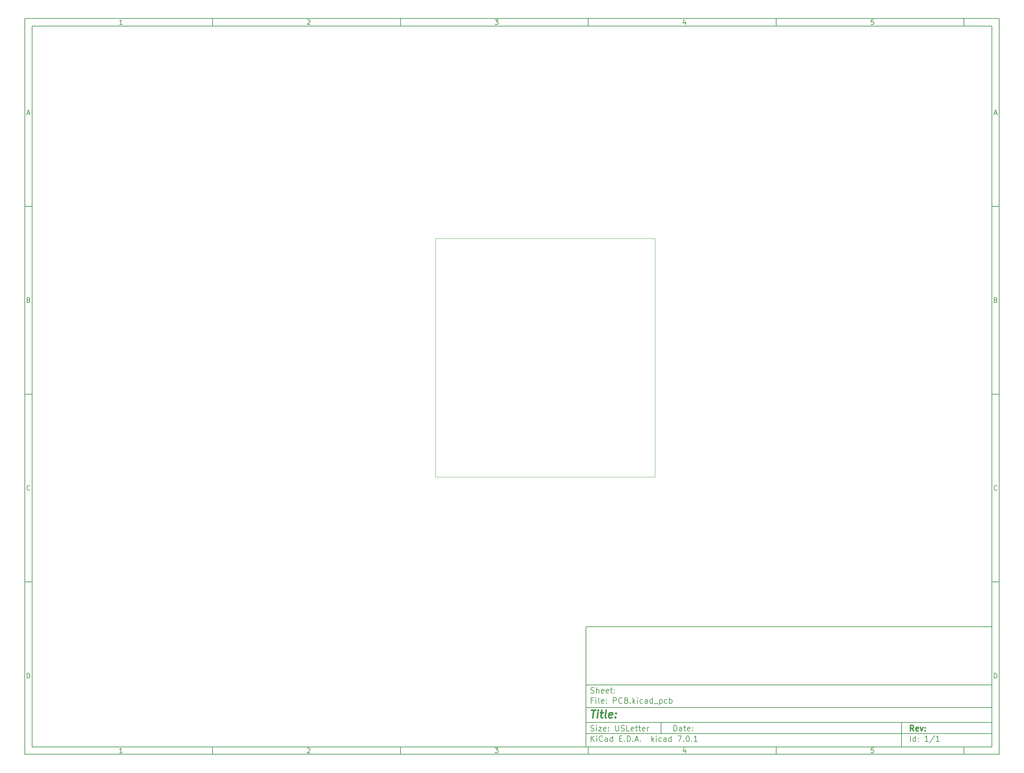
<source format=gbr>
%TF.GenerationSoftware,KiCad,Pcbnew,7.0.1*%
%TF.CreationDate,2023-11-13T23:43:34-05:00*%
%TF.ProjectId,PCB,5043422e-6b69-4636-9164-5f7063625858,rev?*%
%TF.SameCoordinates,Original*%
%TF.FileFunction,Profile,NP*%
%FSLAX46Y46*%
G04 Gerber Fmt 4.6, Leading zero omitted, Abs format (unit mm)*
G04 Created by KiCad (PCBNEW 7.0.1) date 2023-11-13 23:43:34*
%MOMM*%
%LPD*%
G01*
G04 APERTURE LIST*
%ADD10C,0.100000*%
%ADD11C,0.150000*%
%ADD12C,0.300000*%
%ADD13C,0.400000*%
%TA.AperFunction,Profile*%
%ADD14C,0.100000*%
%TD*%
G04 APERTURE END LIST*
D10*
D11*
X159400000Y-171900000D02*
X267400000Y-171900000D01*
X267400000Y-203900000D01*
X159400000Y-203900000D01*
X159400000Y-171900000D01*
D10*
D11*
X10000000Y-10000000D02*
X269400000Y-10000000D01*
X269400000Y-205900000D01*
X10000000Y-205900000D01*
X10000000Y-10000000D01*
D10*
D11*
X12000000Y-12000000D02*
X267400000Y-12000000D01*
X267400000Y-203900000D01*
X12000000Y-203900000D01*
X12000000Y-12000000D01*
D10*
D11*
X60000000Y-12000000D02*
X60000000Y-10000000D01*
D10*
D11*
X110000000Y-12000000D02*
X110000000Y-10000000D01*
D10*
D11*
X160000000Y-12000000D02*
X160000000Y-10000000D01*
D10*
D11*
X210000000Y-12000000D02*
X210000000Y-10000000D01*
D10*
D11*
X260000000Y-12000000D02*
X260000000Y-10000000D01*
D10*
D11*
X35990476Y-11601404D02*
X35247619Y-11601404D01*
X35619047Y-11601404D02*
X35619047Y-10301404D01*
X35619047Y-10301404D02*
X35495238Y-10487119D01*
X35495238Y-10487119D02*
X35371428Y-10610928D01*
X35371428Y-10610928D02*
X35247619Y-10672833D01*
D10*
D11*
X85247619Y-10425214D02*
X85309523Y-10363309D01*
X85309523Y-10363309D02*
X85433333Y-10301404D01*
X85433333Y-10301404D02*
X85742857Y-10301404D01*
X85742857Y-10301404D02*
X85866666Y-10363309D01*
X85866666Y-10363309D02*
X85928571Y-10425214D01*
X85928571Y-10425214D02*
X85990476Y-10549023D01*
X85990476Y-10549023D02*
X85990476Y-10672833D01*
X85990476Y-10672833D02*
X85928571Y-10858547D01*
X85928571Y-10858547D02*
X85185714Y-11601404D01*
X85185714Y-11601404D02*
X85990476Y-11601404D01*
D10*
D11*
X135185714Y-10301404D02*
X135990476Y-10301404D01*
X135990476Y-10301404D02*
X135557142Y-10796642D01*
X135557142Y-10796642D02*
X135742857Y-10796642D01*
X135742857Y-10796642D02*
X135866666Y-10858547D01*
X135866666Y-10858547D02*
X135928571Y-10920452D01*
X135928571Y-10920452D02*
X135990476Y-11044261D01*
X135990476Y-11044261D02*
X135990476Y-11353785D01*
X135990476Y-11353785D02*
X135928571Y-11477595D01*
X135928571Y-11477595D02*
X135866666Y-11539500D01*
X135866666Y-11539500D02*
X135742857Y-11601404D01*
X135742857Y-11601404D02*
X135371428Y-11601404D01*
X135371428Y-11601404D02*
X135247619Y-11539500D01*
X135247619Y-11539500D02*
X135185714Y-11477595D01*
D10*
D11*
X185866666Y-10734738D02*
X185866666Y-11601404D01*
X185557142Y-10239500D02*
X185247619Y-11168071D01*
X185247619Y-11168071D02*
X186052380Y-11168071D01*
D10*
D11*
X235928571Y-10301404D02*
X235309523Y-10301404D01*
X235309523Y-10301404D02*
X235247619Y-10920452D01*
X235247619Y-10920452D02*
X235309523Y-10858547D01*
X235309523Y-10858547D02*
X235433333Y-10796642D01*
X235433333Y-10796642D02*
X235742857Y-10796642D01*
X235742857Y-10796642D02*
X235866666Y-10858547D01*
X235866666Y-10858547D02*
X235928571Y-10920452D01*
X235928571Y-10920452D02*
X235990476Y-11044261D01*
X235990476Y-11044261D02*
X235990476Y-11353785D01*
X235990476Y-11353785D02*
X235928571Y-11477595D01*
X235928571Y-11477595D02*
X235866666Y-11539500D01*
X235866666Y-11539500D02*
X235742857Y-11601404D01*
X235742857Y-11601404D02*
X235433333Y-11601404D01*
X235433333Y-11601404D02*
X235309523Y-11539500D01*
X235309523Y-11539500D02*
X235247619Y-11477595D01*
D10*
D11*
X60000000Y-203900000D02*
X60000000Y-205900000D01*
D10*
D11*
X110000000Y-203900000D02*
X110000000Y-205900000D01*
D10*
D11*
X160000000Y-203900000D02*
X160000000Y-205900000D01*
D10*
D11*
X210000000Y-203900000D02*
X210000000Y-205900000D01*
D10*
D11*
X260000000Y-203900000D02*
X260000000Y-205900000D01*
D10*
D11*
X35990476Y-205501404D02*
X35247619Y-205501404D01*
X35619047Y-205501404D02*
X35619047Y-204201404D01*
X35619047Y-204201404D02*
X35495238Y-204387119D01*
X35495238Y-204387119D02*
X35371428Y-204510928D01*
X35371428Y-204510928D02*
X35247619Y-204572833D01*
D10*
D11*
X85247619Y-204325214D02*
X85309523Y-204263309D01*
X85309523Y-204263309D02*
X85433333Y-204201404D01*
X85433333Y-204201404D02*
X85742857Y-204201404D01*
X85742857Y-204201404D02*
X85866666Y-204263309D01*
X85866666Y-204263309D02*
X85928571Y-204325214D01*
X85928571Y-204325214D02*
X85990476Y-204449023D01*
X85990476Y-204449023D02*
X85990476Y-204572833D01*
X85990476Y-204572833D02*
X85928571Y-204758547D01*
X85928571Y-204758547D02*
X85185714Y-205501404D01*
X85185714Y-205501404D02*
X85990476Y-205501404D01*
D10*
D11*
X135185714Y-204201404D02*
X135990476Y-204201404D01*
X135990476Y-204201404D02*
X135557142Y-204696642D01*
X135557142Y-204696642D02*
X135742857Y-204696642D01*
X135742857Y-204696642D02*
X135866666Y-204758547D01*
X135866666Y-204758547D02*
X135928571Y-204820452D01*
X135928571Y-204820452D02*
X135990476Y-204944261D01*
X135990476Y-204944261D02*
X135990476Y-205253785D01*
X135990476Y-205253785D02*
X135928571Y-205377595D01*
X135928571Y-205377595D02*
X135866666Y-205439500D01*
X135866666Y-205439500D02*
X135742857Y-205501404D01*
X135742857Y-205501404D02*
X135371428Y-205501404D01*
X135371428Y-205501404D02*
X135247619Y-205439500D01*
X135247619Y-205439500D02*
X135185714Y-205377595D01*
D10*
D11*
X185866666Y-204634738D02*
X185866666Y-205501404D01*
X185557142Y-204139500D02*
X185247619Y-205068071D01*
X185247619Y-205068071D02*
X186052380Y-205068071D01*
D10*
D11*
X235928571Y-204201404D02*
X235309523Y-204201404D01*
X235309523Y-204201404D02*
X235247619Y-204820452D01*
X235247619Y-204820452D02*
X235309523Y-204758547D01*
X235309523Y-204758547D02*
X235433333Y-204696642D01*
X235433333Y-204696642D02*
X235742857Y-204696642D01*
X235742857Y-204696642D02*
X235866666Y-204758547D01*
X235866666Y-204758547D02*
X235928571Y-204820452D01*
X235928571Y-204820452D02*
X235990476Y-204944261D01*
X235990476Y-204944261D02*
X235990476Y-205253785D01*
X235990476Y-205253785D02*
X235928571Y-205377595D01*
X235928571Y-205377595D02*
X235866666Y-205439500D01*
X235866666Y-205439500D02*
X235742857Y-205501404D01*
X235742857Y-205501404D02*
X235433333Y-205501404D01*
X235433333Y-205501404D02*
X235309523Y-205439500D01*
X235309523Y-205439500D02*
X235247619Y-205377595D01*
D10*
D11*
X10000000Y-60000000D02*
X12000000Y-60000000D01*
D10*
D11*
X10000000Y-110000000D02*
X12000000Y-110000000D01*
D10*
D11*
X10000000Y-160000000D02*
X12000000Y-160000000D01*
D10*
D11*
X10690476Y-35229976D02*
X11309523Y-35229976D01*
X10566666Y-35601404D02*
X10999999Y-34301404D01*
X10999999Y-34301404D02*
X11433333Y-35601404D01*
D10*
D11*
X11092857Y-84920452D02*
X11278571Y-84982357D01*
X11278571Y-84982357D02*
X11340476Y-85044261D01*
X11340476Y-85044261D02*
X11402380Y-85168071D01*
X11402380Y-85168071D02*
X11402380Y-85353785D01*
X11402380Y-85353785D02*
X11340476Y-85477595D01*
X11340476Y-85477595D02*
X11278571Y-85539500D01*
X11278571Y-85539500D02*
X11154761Y-85601404D01*
X11154761Y-85601404D02*
X10659523Y-85601404D01*
X10659523Y-85601404D02*
X10659523Y-84301404D01*
X10659523Y-84301404D02*
X11092857Y-84301404D01*
X11092857Y-84301404D02*
X11216666Y-84363309D01*
X11216666Y-84363309D02*
X11278571Y-84425214D01*
X11278571Y-84425214D02*
X11340476Y-84549023D01*
X11340476Y-84549023D02*
X11340476Y-84672833D01*
X11340476Y-84672833D02*
X11278571Y-84796642D01*
X11278571Y-84796642D02*
X11216666Y-84858547D01*
X11216666Y-84858547D02*
X11092857Y-84920452D01*
X11092857Y-84920452D02*
X10659523Y-84920452D01*
D10*
D11*
X11402380Y-135477595D02*
X11340476Y-135539500D01*
X11340476Y-135539500D02*
X11154761Y-135601404D01*
X11154761Y-135601404D02*
X11030952Y-135601404D01*
X11030952Y-135601404D02*
X10845238Y-135539500D01*
X10845238Y-135539500D02*
X10721428Y-135415690D01*
X10721428Y-135415690D02*
X10659523Y-135291880D01*
X10659523Y-135291880D02*
X10597619Y-135044261D01*
X10597619Y-135044261D02*
X10597619Y-134858547D01*
X10597619Y-134858547D02*
X10659523Y-134610928D01*
X10659523Y-134610928D02*
X10721428Y-134487119D01*
X10721428Y-134487119D02*
X10845238Y-134363309D01*
X10845238Y-134363309D02*
X11030952Y-134301404D01*
X11030952Y-134301404D02*
X11154761Y-134301404D01*
X11154761Y-134301404D02*
X11340476Y-134363309D01*
X11340476Y-134363309D02*
X11402380Y-134425214D01*
D10*
D11*
X10659523Y-185601404D02*
X10659523Y-184301404D01*
X10659523Y-184301404D02*
X10969047Y-184301404D01*
X10969047Y-184301404D02*
X11154761Y-184363309D01*
X11154761Y-184363309D02*
X11278571Y-184487119D01*
X11278571Y-184487119D02*
X11340476Y-184610928D01*
X11340476Y-184610928D02*
X11402380Y-184858547D01*
X11402380Y-184858547D02*
X11402380Y-185044261D01*
X11402380Y-185044261D02*
X11340476Y-185291880D01*
X11340476Y-185291880D02*
X11278571Y-185415690D01*
X11278571Y-185415690D02*
X11154761Y-185539500D01*
X11154761Y-185539500D02*
X10969047Y-185601404D01*
X10969047Y-185601404D02*
X10659523Y-185601404D01*
D10*
D11*
X269400000Y-60000000D02*
X267400000Y-60000000D01*
D10*
D11*
X269400000Y-110000000D02*
X267400000Y-110000000D01*
D10*
D11*
X269400000Y-160000000D02*
X267400000Y-160000000D01*
D10*
D11*
X268090476Y-35229976D02*
X268709523Y-35229976D01*
X267966666Y-35601404D02*
X268399999Y-34301404D01*
X268399999Y-34301404D02*
X268833333Y-35601404D01*
D10*
D11*
X268492857Y-84920452D02*
X268678571Y-84982357D01*
X268678571Y-84982357D02*
X268740476Y-85044261D01*
X268740476Y-85044261D02*
X268802380Y-85168071D01*
X268802380Y-85168071D02*
X268802380Y-85353785D01*
X268802380Y-85353785D02*
X268740476Y-85477595D01*
X268740476Y-85477595D02*
X268678571Y-85539500D01*
X268678571Y-85539500D02*
X268554761Y-85601404D01*
X268554761Y-85601404D02*
X268059523Y-85601404D01*
X268059523Y-85601404D02*
X268059523Y-84301404D01*
X268059523Y-84301404D02*
X268492857Y-84301404D01*
X268492857Y-84301404D02*
X268616666Y-84363309D01*
X268616666Y-84363309D02*
X268678571Y-84425214D01*
X268678571Y-84425214D02*
X268740476Y-84549023D01*
X268740476Y-84549023D02*
X268740476Y-84672833D01*
X268740476Y-84672833D02*
X268678571Y-84796642D01*
X268678571Y-84796642D02*
X268616666Y-84858547D01*
X268616666Y-84858547D02*
X268492857Y-84920452D01*
X268492857Y-84920452D02*
X268059523Y-84920452D01*
D10*
D11*
X268802380Y-135477595D02*
X268740476Y-135539500D01*
X268740476Y-135539500D02*
X268554761Y-135601404D01*
X268554761Y-135601404D02*
X268430952Y-135601404D01*
X268430952Y-135601404D02*
X268245238Y-135539500D01*
X268245238Y-135539500D02*
X268121428Y-135415690D01*
X268121428Y-135415690D02*
X268059523Y-135291880D01*
X268059523Y-135291880D02*
X267997619Y-135044261D01*
X267997619Y-135044261D02*
X267997619Y-134858547D01*
X267997619Y-134858547D02*
X268059523Y-134610928D01*
X268059523Y-134610928D02*
X268121428Y-134487119D01*
X268121428Y-134487119D02*
X268245238Y-134363309D01*
X268245238Y-134363309D02*
X268430952Y-134301404D01*
X268430952Y-134301404D02*
X268554761Y-134301404D01*
X268554761Y-134301404D02*
X268740476Y-134363309D01*
X268740476Y-134363309D02*
X268802380Y-134425214D01*
D10*
D11*
X268059523Y-185601404D02*
X268059523Y-184301404D01*
X268059523Y-184301404D02*
X268369047Y-184301404D01*
X268369047Y-184301404D02*
X268554761Y-184363309D01*
X268554761Y-184363309D02*
X268678571Y-184487119D01*
X268678571Y-184487119D02*
X268740476Y-184610928D01*
X268740476Y-184610928D02*
X268802380Y-184858547D01*
X268802380Y-184858547D02*
X268802380Y-185044261D01*
X268802380Y-185044261D02*
X268740476Y-185291880D01*
X268740476Y-185291880D02*
X268678571Y-185415690D01*
X268678571Y-185415690D02*
X268554761Y-185539500D01*
X268554761Y-185539500D02*
X268369047Y-185601404D01*
X268369047Y-185601404D02*
X268059523Y-185601404D01*
D10*
D11*
X182757142Y-199693928D02*
X182757142Y-198193928D01*
X182757142Y-198193928D02*
X183114285Y-198193928D01*
X183114285Y-198193928D02*
X183328571Y-198265357D01*
X183328571Y-198265357D02*
X183471428Y-198408214D01*
X183471428Y-198408214D02*
X183542857Y-198551071D01*
X183542857Y-198551071D02*
X183614285Y-198836785D01*
X183614285Y-198836785D02*
X183614285Y-199051071D01*
X183614285Y-199051071D02*
X183542857Y-199336785D01*
X183542857Y-199336785D02*
X183471428Y-199479642D01*
X183471428Y-199479642D02*
X183328571Y-199622500D01*
X183328571Y-199622500D02*
X183114285Y-199693928D01*
X183114285Y-199693928D02*
X182757142Y-199693928D01*
X184900000Y-199693928D02*
X184900000Y-198908214D01*
X184900000Y-198908214D02*
X184828571Y-198765357D01*
X184828571Y-198765357D02*
X184685714Y-198693928D01*
X184685714Y-198693928D02*
X184400000Y-198693928D01*
X184400000Y-198693928D02*
X184257142Y-198765357D01*
X184900000Y-199622500D02*
X184757142Y-199693928D01*
X184757142Y-199693928D02*
X184400000Y-199693928D01*
X184400000Y-199693928D02*
X184257142Y-199622500D01*
X184257142Y-199622500D02*
X184185714Y-199479642D01*
X184185714Y-199479642D02*
X184185714Y-199336785D01*
X184185714Y-199336785D02*
X184257142Y-199193928D01*
X184257142Y-199193928D02*
X184400000Y-199122500D01*
X184400000Y-199122500D02*
X184757142Y-199122500D01*
X184757142Y-199122500D02*
X184900000Y-199051071D01*
X185400000Y-198693928D02*
X185971428Y-198693928D01*
X185614285Y-198193928D02*
X185614285Y-199479642D01*
X185614285Y-199479642D02*
X185685714Y-199622500D01*
X185685714Y-199622500D02*
X185828571Y-199693928D01*
X185828571Y-199693928D02*
X185971428Y-199693928D01*
X187042857Y-199622500D02*
X186900000Y-199693928D01*
X186900000Y-199693928D02*
X186614286Y-199693928D01*
X186614286Y-199693928D02*
X186471428Y-199622500D01*
X186471428Y-199622500D02*
X186400000Y-199479642D01*
X186400000Y-199479642D02*
X186400000Y-198908214D01*
X186400000Y-198908214D02*
X186471428Y-198765357D01*
X186471428Y-198765357D02*
X186614286Y-198693928D01*
X186614286Y-198693928D02*
X186900000Y-198693928D01*
X186900000Y-198693928D02*
X187042857Y-198765357D01*
X187042857Y-198765357D02*
X187114286Y-198908214D01*
X187114286Y-198908214D02*
X187114286Y-199051071D01*
X187114286Y-199051071D02*
X186400000Y-199193928D01*
X187757142Y-199551071D02*
X187828571Y-199622500D01*
X187828571Y-199622500D02*
X187757142Y-199693928D01*
X187757142Y-199693928D02*
X187685714Y-199622500D01*
X187685714Y-199622500D02*
X187757142Y-199551071D01*
X187757142Y-199551071D02*
X187757142Y-199693928D01*
X187757142Y-198765357D02*
X187828571Y-198836785D01*
X187828571Y-198836785D02*
X187757142Y-198908214D01*
X187757142Y-198908214D02*
X187685714Y-198836785D01*
X187685714Y-198836785D02*
X187757142Y-198765357D01*
X187757142Y-198765357D02*
X187757142Y-198908214D01*
D10*
D11*
X159400000Y-200400000D02*
X267400000Y-200400000D01*
D10*
D11*
X160757142Y-202493928D02*
X160757142Y-200993928D01*
X161614285Y-202493928D02*
X160971428Y-201636785D01*
X161614285Y-200993928D02*
X160757142Y-201851071D01*
X162257142Y-202493928D02*
X162257142Y-201493928D01*
X162257142Y-200993928D02*
X162185714Y-201065357D01*
X162185714Y-201065357D02*
X162257142Y-201136785D01*
X162257142Y-201136785D02*
X162328571Y-201065357D01*
X162328571Y-201065357D02*
X162257142Y-200993928D01*
X162257142Y-200993928D02*
X162257142Y-201136785D01*
X163828571Y-202351071D02*
X163757143Y-202422500D01*
X163757143Y-202422500D02*
X163542857Y-202493928D01*
X163542857Y-202493928D02*
X163400000Y-202493928D01*
X163400000Y-202493928D02*
X163185714Y-202422500D01*
X163185714Y-202422500D02*
X163042857Y-202279642D01*
X163042857Y-202279642D02*
X162971428Y-202136785D01*
X162971428Y-202136785D02*
X162900000Y-201851071D01*
X162900000Y-201851071D02*
X162900000Y-201636785D01*
X162900000Y-201636785D02*
X162971428Y-201351071D01*
X162971428Y-201351071D02*
X163042857Y-201208214D01*
X163042857Y-201208214D02*
X163185714Y-201065357D01*
X163185714Y-201065357D02*
X163400000Y-200993928D01*
X163400000Y-200993928D02*
X163542857Y-200993928D01*
X163542857Y-200993928D02*
X163757143Y-201065357D01*
X163757143Y-201065357D02*
X163828571Y-201136785D01*
X165114286Y-202493928D02*
X165114286Y-201708214D01*
X165114286Y-201708214D02*
X165042857Y-201565357D01*
X165042857Y-201565357D02*
X164900000Y-201493928D01*
X164900000Y-201493928D02*
X164614286Y-201493928D01*
X164614286Y-201493928D02*
X164471428Y-201565357D01*
X165114286Y-202422500D02*
X164971428Y-202493928D01*
X164971428Y-202493928D02*
X164614286Y-202493928D01*
X164614286Y-202493928D02*
X164471428Y-202422500D01*
X164471428Y-202422500D02*
X164400000Y-202279642D01*
X164400000Y-202279642D02*
X164400000Y-202136785D01*
X164400000Y-202136785D02*
X164471428Y-201993928D01*
X164471428Y-201993928D02*
X164614286Y-201922500D01*
X164614286Y-201922500D02*
X164971428Y-201922500D01*
X164971428Y-201922500D02*
X165114286Y-201851071D01*
X166471429Y-202493928D02*
X166471429Y-200993928D01*
X166471429Y-202422500D02*
X166328571Y-202493928D01*
X166328571Y-202493928D02*
X166042857Y-202493928D01*
X166042857Y-202493928D02*
X165900000Y-202422500D01*
X165900000Y-202422500D02*
X165828571Y-202351071D01*
X165828571Y-202351071D02*
X165757143Y-202208214D01*
X165757143Y-202208214D02*
X165757143Y-201779642D01*
X165757143Y-201779642D02*
X165828571Y-201636785D01*
X165828571Y-201636785D02*
X165900000Y-201565357D01*
X165900000Y-201565357D02*
X166042857Y-201493928D01*
X166042857Y-201493928D02*
X166328571Y-201493928D01*
X166328571Y-201493928D02*
X166471429Y-201565357D01*
X168328571Y-201708214D02*
X168828571Y-201708214D01*
X169042857Y-202493928D02*
X168328571Y-202493928D01*
X168328571Y-202493928D02*
X168328571Y-200993928D01*
X168328571Y-200993928D02*
X169042857Y-200993928D01*
X169685714Y-202351071D02*
X169757143Y-202422500D01*
X169757143Y-202422500D02*
X169685714Y-202493928D01*
X169685714Y-202493928D02*
X169614286Y-202422500D01*
X169614286Y-202422500D02*
X169685714Y-202351071D01*
X169685714Y-202351071D02*
X169685714Y-202493928D01*
X170400000Y-202493928D02*
X170400000Y-200993928D01*
X170400000Y-200993928D02*
X170757143Y-200993928D01*
X170757143Y-200993928D02*
X170971429Y-201065357D01*
X170971429Y-201065357D02*
X171114286Y-201208214D01*
X171114286Y-201208214D02*
X171185715Y-201351071D01*
X171185715Y-201351071D02*
X171257143Y-201636785D01*
X171257143Y-201636785D02*
X171257143Y-201851071D01*
X171257143Y-201851071D02*
X171185715Y-202136785D01*
X171185715Y-202136785D02*
X171114286Y-202279642D01*
X171114286Y-202279642D02*
X170971429Y-202422500D01*
X170971429Y-202422500D02*
X170757143Y-202493928D01*
X170757143Y-202493928D02*
X170400000Y-202493928D01*
X171900000Y-202351071D02*
X171971429Y-202422500D01*
X171971429Y-202422500D02*
X171900000Y-202493928D01*
X171900000Y-202493928D02*
X171828572Y-202422500D01*
X171828572Y-202422500D02*
X171900000Y-202351071D01*
X171900000Y-202351071D02*
X171900000Y-202493928D01*
X172542858Y-202065357D02*
X173257144Y-202065357D01*
X172400001Y-202493928D02*
X172900001Y-200993928D01*
X172900001Y-200993928D02*
X173400001Y-202493928D01*
X173900000Y-202351071D02*
X173971429Y-202422500D01*
X173971429Y-202422500D02*
X173900000Y-202493928D01*
X173900000Y-202493928D02*
X173828572Y-202422500D01*
X173828572Y-202422500D02*
X173900000Y-202351071D01*
X173900000Y-202351071D02*
X173900000Y-202493928D01*
X176900000Y-202493928D02*
X176900000Y-200993928D01*
X177042858Y-201922500D02*
X177471429Y-202493928D01*
X177471429Y-201493928D02*
X176900000Y-202065357D01*
X178114286Y-202493928D02*
X178114286Y-201493928D01*
X178114286Y-200993928D02*
X178042858Y-201065357D01*
X178042858Y-201065357D02*
X178114286Y-201136785D01*
X178114286Y-201136785D02*
X178185715Y-201065357D01*
X178185715Y-201065357D02*
X178114286Y-200993928D01*
X178114286Y-200993928D02*
X178114286Y-201136785D01*
X179471430Y-202422500D02*
X179328572Y-202493928D01*
X179328572Y-202493928D02*
X179042858Y-202493928D01*
X179042858Y-202493928D02*
X178900001Y-202422500D01*
X178900001Y-202422500D02*
X178828572Y-202351071D01*
X178828572Y-202351071D02*
X178757144Y-202208214D01*
X178757144Y-202208214D02*
X178757144Y-201779642D01*
X178757144Y-201779642D02*
X178828572Y-201636785D01*
X178828572Y-201636785D02*
X178900001Y-201565357D01*
X178900001Y-201565357D02*
X179042858Y-201493928D01*
X179042858Y-201493928D02*
X179328572Y-201493928D01*
X179328572Y-201493928D02*
X179471430Y-201565357D01*
X180757144Y-202493928D02*
X180757144Y-201708214D01*
X180757144Y-201708214D02*
X180685715Y-201565357D01*
X180685715Y-201565357D02*
X180542858Y-201493928D01*
X180542858Y-201493928D02*
X180257144Y-201493928D01*
X180257144Y-201493928D02*
X180114286Y-201565357D01*
X180757144Y-202422500D02*
X180614286Y-202493928D01*
X180614286Y-202493928D02*
X180257144Y-202493928D01*
X180257144Y-202493928D02*
X180114286Y-202422500D01*
X180114286Y-202422500D02*
X180042858Y-202279642D01*
X180042858Y-202279642D02*
X180042858Y-202136785D01*
X180042858Y-202136785D02*
X180114286Y-201993928D01*
X180114286Y-201993928D02*
X180257144Y-201922500D01*
X180257144Y-201922500D02*
X180614286Y-201922500D01*
X180614286Y-201922500D02*
X180757144Y-201851071D01*
X182114287Y-202493928D02*
X182114287Y-200993928D01*
X182114287Y-202422500D02*
X181971429Y-202493928D01*
X181971429Y-202493928D02*
X181685715Y-202493928D01*
X181685715Y-202493928D02*
X181542858Y-202422500D01*
X181542858Y-202422500D02*
X181471429Y-202351071D01*
X181471429Y-202351071D02*
X181400001Y-202208214D01*
X181400001Y-202208214D02*
X181400001Y-201779642D01*
X181400001Y-201779642D02*
X181471429Y-201636785D01*
X181471429Y-201636785D02*
X181542858Y-201565357D01*
X181542858Y-201565357D02*
X181685715Y-201493928D01*
X181685715Y-201493928D02*
X181971429Y-201493928D01*
X181971429Y-201493928D02*
X182114287Y-201565357D01*
X183828572Y-200993928D02*
X184828572Y-200993928D01*
X184828572Y-200993928D02*
X184185715Y-202493928D01*
X185400000Y-202351071D02*
X185471429Y-202422500D01*
X185471429Y-202422500D02*
X185400000Y-202493928D01*
X185400000Y-202493928D02*
X185328572Y-202422500D01*
X185328572Y-202422500D02*
X185400000Y-202351071D01*
X185400000Y-202351071D02*
X185400000Y-202493928D01*
X186400001Y-200993928D02*
X186542858Y-200993928D01*
X186542858Y-200993928D02*
X186685715Y-201065357D01*
X186685715Y-201065357D02*
X186757144Y-201136785D01*
X186757144Y-201136785D02*
X186828572Y-201279642D01*
X186828572Y-201279642D02*
X186900001Y-201565357D01*
X186900001Y-201565357D02*
X186900001Y-201922500D01*
X186900001Y-201922500D02*
X186828572Y-202208214D01*
X186828572Y-202208214D02*
X186757144Y-202351071D01*
X186757144Y-202351071D02*
X186685715Y-202422500D01*
X186685715Y-202422500D02*
X186542858Y-202493928D01*
X186542858Y-202493928D02*
X186400001Y-202493928D01*
X186400001Y-202493928D02*
X186257144Y-202422500D01*
X186257144Y-202422500D02*
X186185715Y-202351071D01*
X186185715Y-202351071D02*
X186114286Y-202208214D01*
X186114286Y-202208214D02*
X186042858Y-201922500D01*
X186042858Y-201922500D02*
X186042858Y-201565357D01*
X186042858Y-201565357D02*
X186114286Y-201279642D01*
X186114286Y-201279642D02*
X186185715Y-201136785D01*
X186185715Y-201136785D02*
X186257144Y-201065357D01*
X186257144Y-201065357D02*
X186400001Y-200993928D01*
X187542857Y-202351071D02*
X187614286Y-202422500D01*
X187614286Y-202422500D02*
X187542857Y-202493928D01*
X187542857Y-202493928D02*
X187471429Y-202422500D01*
X187471429Y-202422500D02*
X187542857Y-202351071D01*
X187542857Y-202351071D02*
X187542857Y-202493928D01*
X189042858Y-202493928D02*
X188185715Y-202493928D01*
X188614286Y-202493928D02*
X188614286Y-200993928D01*
X188614286Y-200993928D02*
X188471429Y-201208214D01*
X188471429Y-201208214D02*
X188328572Y-201351071D01*
X188328572Y-201351071D02*
X188185715Y-201422500D01*
D10*
D11*
X159400000Y-197400000D02*
X267400000Y-197400000D01*
D10*
D12*
X246614285Y-199693928D02*
X246114285Y-198979642D01*
X245757142Y-199693928D02*
X245757142Y-198193928D01*
X245757142Y-198193928D02*
X246328571Y-198193928D01*
X246328571Y-198193928D02*
X246471428Y-198265357D01*
X246471428Y-198265357D02*
X246542857Y-198336785D01*
X246542857Y-198336785D02*
X246614285Y-198479642D01*
X246614285Y-198479642D02*
X246614285Y-198693928D01*
X246614285Y-198693928D02*
X246542857Y-198836785D01*
X246542857Y-198836785D02*
X246471428Y-198908214D01*
X246471428Y-198908214D02*
X246328571Y-198979642D01*
X246328571Y-198979642D02*
X245757142Y-198979642D01*
X247828571Y-199622500D02*
X247685714Y-199693928D01*
X247685714Y-199693928D02*
X247400000Y-199693928D01*
X247400000Y-199693928D02*
X247257142Y-199622500D01*
X247257142Y-199622500D02*
X247185714Y-199479642D01*
X247185714Y-199479642D02*
X247185714Y-198908214D01*
X247185714Y-198908214D02*
X247257142Y-198765357D01*
X247257142Y-198765357D02*
X247400000Y-198693928D01*
X247400000Y-198693928D02*
X247685714Y-198693928D01*
X247685714Y-198693928D02*
X247828571Y-198765357D01*
X247828571Y-198765357D02*
X247900000Y-198908214D01*
X247900000Y-198908214D02*
X247900000Y-199051071D01*
X247900000Y-199051071D02*
X247185714Y-199193928D01*
X248399999Y-198693928D02*
X248757142Y-199693928D01*
X248757142Y-199693928D02*
X249114285Y-198693928D01*
X249685713Y-199551071D02*
X249757142Y-199622500D01*
X249757142Y-199622500D02*
X249685713Y-199693928D01*
X249685713Y-199693928D02*
X249614285Y-199622500D01*
X249614285Y-199622500D02*
X249685713Y-199551071D01*
X249685713Y-199551071D02*
X249685713Y-199693928D01*
X249685713Y-198765357D02*
X249757142Y-198836785D01*
X249757142Y-198836785D02*
X249685713Y-198908214D01*
X249685713Y-198908214D02*
X249614285Y-198836785D01*
X249614285Y-198836785D02*
X249685713Y-198765357D01*
X249685713Y-198765357D02*
X249685713Y-198908214D01*
D10*
D11*
X160685714Y-199622500D02*
X160900000Y-199693928D01*
X160900000Y-199693928D02*
X161257142Y-199693928D01*
X161257142Y-199693928D02*
X161400000Y-199622500D01*
X161400000Y-199622500D02*
X161471428Y-199551071D01*
X161471428Y-199551071D02*
X161542857Y-199408214D01*
X161542857Y-199408214D02*
X161542857Y-199265357D01*
X161542857Y-199265357D02*
X161471428Y-199122500D01*
X161471428Y-199122500D02*
X161400000Y-199051071D01*
X161400000Y-199051071D02*
X161257142Y-198979642D01*
X161257142Y-198979642D02*
X160971428Y-198908214D01*
X160971428Y-198908214D02*
X160828571Y-198836785D01*
X160828571Y-198836785D02*
X160757142Y-198765357D01*
X160757142Y-198765357D02*
X160685714Y-198622500D01*
X160685714Y-198622500D02*
X160685714Y-198479642D01*
X160685714Y-198479642D02*
X160757142Y-198336785D01*
X160757142Y-198336785D02*
X160828571Y-198265357D01*
X160828571Y-198265357D02*
X160971428Y-198193928D01*
X160971428Y-198193928D02*
X161328571Y-198193928D01*
X161328571Y-198193928D02*
X161542857Y-198265357D01*
X162185713Y-199693928D02*
X162185713Y-198693928D01*
X162185713Y-198193928D02*
X162114285Y-198265357D01*
X162114285Y-198265357D02*
X162185713Y-198336785D01*
X162185713Y-198336785D02*
X162257142Y-198265357D01*
X162257142Y-198265357D02*
X162185713Y-198193928D01*
X162185713Y-198193928D02*
X162185713Y-198336785D01*
X162757142Y-198693928D02*
X163542857Y-198693928D01*
X163542857Y-198693928D02*
X162757142Y-199693928D01*
X162757142Y-199693928D02*
X163542857Y-199693928D01*
X164685714Y-199622500D02*
X164542857Y-199693928D01*
X164542857Y-199693928D02*
X164257143Y-199693928D01*
X164257143Y-199693928D02*
X164114285Y-199622500D01*
X164114285Y-199622500D02*
X164042857Y-199479642D01*
X164042857Y-199479642D02*
X164042857Y-198908214D01*
X164042857Y-198908214D02*
X164114285Y-198765357D01*
X164114285Y-198765357D02*
X164257143Y-198693928D01*
X164257143Y-198693928D02*
X164542857Y-198693928D01*
X164542857Y-198693928D02*
X164685714Y-198765357D01*
X164685714Y-198765357D02*
X164757143Y-198908214D01*
X164757143Y-198908214D02*
X164757143Y-199051071D01*
X164757143Y-199051071D02*
X164042857Y-199193928D01*
X165399999Y-199551071D02*
X165471428Y-199622500D01*
X165471428Y-199622500D02*
X165399999Y-199693928D01*
X165399999Y-199693928D02*
X165328571Y-199622500D01*
X165328571Y-199622500D02*
X165399999Y-199551071D01*
X165399999Y-199551071D02*
X165399999Y-199693928D01*
X165399999Y-198765357D02*
X165471428Y-198836785D01*
X165471428Y-198836785D02*
X165399999Y-198908214D01*
X165399999Y-198908214D02*
X165328571Y-198836785D01*
X165328571Y-198836785D02*
X165399999Y-198765357D01*
X165399999Y-198765357D02*
X165399999Y-198908214D01*
X167257142Y-198193928D02*
X167257142Y-199408214D01*
X167257142Y-199408214D02*
X167328571Y-199551071D01*
X167328571Y-199551071D02*
X167400000Y-199622500D01*
X167400000Y-199622500D02*
X167542857Y-199693928D01*
X167542857Y-199693928D02*
X167828571Y-199693928D01*
X167828571Y-199693928D02*
X167971428Y-199622500D01*
X167971428Y-199622500D02*
X168042857Y-199551071D01*
X168042857Y-199551071D02*
X168114285Y-199408214D01*
X168114285Y-199408214D02*
X168114285Y-198193928D01*
X168757143Y-199622500D02*
X168971429Y-199693928D01*
X168971429Y-199693928D02*
X169328571Y-199693928D01*
X169328571Y-199693928D02*
X169471429Y-199622500D01*
X169471429Y-199622500D02*
X169542857Y-199551071D01*
X169542857Y-199551071D02*
X169614286Y-199408214D01*
X169614286Y-199408214D02*
X169614286Y-199265357D01*
X169614286Y-199265357D02*
X169542857Y-199122500D01*
X169542857Y-199122500D02*
X169471429Y-199051071D01*
X169471429Y-199051071D02*
X169328571Y-198979642D01*
X169328571Y-198979642D02*
X169042857Y-198908214D01*
X169042857Y-198908214D02*
X168900000Y-198836785D01*
X168900000Y-198836785D02*
X168828571Y-198765357D01*
X168828571Y-198765357D02*
X168757143Y-198622500D01*
X168757143Y-198622500D02*
X168757143Y-198479642D01*
X168757143Y-198479642D02*
X168828571Y-198336785D01*
X168828571Y-198336785D02*
X168900000Y-198265357D01*
X168900000Y-198265357D02*
X169042857Y-198193928D01*
X169042857Y-198193928D02*
X169400000Y-198193928D01*
X169400000Y-198193928D02*
X169614286Y-198265357D01*
X170971428Y-199693928D02*
X170257142Y-199693928D01*
X170257142Y-199693928D02*
X170257142Y-198193928D01*
X172042857Y-199622500D02*
X171900000Y-199693928D01*
X171900000Y-199693928D02*
X171614286Y-199693928D01*
X171614286Y-199693928D02*
X171471428Y-199622500D01*
X171471428Y-199622500D02*
X171400000Y-199479642D01*
X171400000Y-199479642D02*
X171400000Y-198908214D01*
X171400000Y-198908214D02*
X171471428Y-198765357D01*
X171471428Y-198765357D02*
X171614286Y-198693928D01*
X171614286Y-198693928D02*
X171900000Y-198693928D01*
X171900000Y-198693928D02*
X172042857Y-198765357D01*
X172042857Y-198765357D02*
X172114286Y-198908214D01*
X172114286Y-198908214D02*
X172114286Y-199051071D01*
X172114286Y-199051071D02*
X171400000Y-199193928D01*
X172542857Y-198693928D02*
X173114285Y-198693928D01*
X172757142Y-198193928D02*
X172757142Y-199479642D01*
X172757142Y-199479642D02*
X172828571Y-199622500D01*
X172828571Y-199622500D02*
X172971428Y-199693928D01*
X172971428Y-199693928D02*
X173114285Y-199693928D01*
X173400000Y-198693928D02*
X173971428Y-198693928D01*
X173614285Y-198193928D02*
X173614285Y-199479642D01*
X173614285Y-199479642D02*
X173685714Y-199622500D01*
X173685714Y-199622500D02*
X173828571Y-199693928D01*
X173828571Y-199693928D02*
X173971428Y-199693928D01*
X175042857Y-199622500D02*
X174900000Y-199693928D01*
X174900000Y-199693928D02*
X174614286Y-199693928D01*
X174614286Y-199693928D02*
X174471428Y-199622500D01*
X174471428Y-199622500D02*
X174400000Y-199479642D01*
X174400000Y-199479642D02*
X174400000Y-198908214D01*
X174400000Y-198908214D02*
X174471428Y-198765357D01*
X174471428Y-198765357D02*
X174614286Y-198693928D01*
X174614286Y-198693928D02*
X174900000Y-198693928D01*
X174900000Y-198693928D02*
X175042857Y-198765357D01*
X175042857Y-198765357D02*
X175114286Y-198908214D01*
X175114286Y-198908214D02*
X175114286Y-199051071D01*
X175114286Y-199051071D02*
X174400000Y-199193928D01*
X175757142Y-199693928D02*
X175757142Y-198693928D01*
X175757142Y-198979642D02*
X175828571Y-198836785D01*
X175828571Y-198836785D02*
X175900000Y-198765357D01*
X175900000Y-198765357D02*
X176042857Y-198693928D01*
X176042857Y-198693928D02*
X176185714Y-198693928D01*
D10*
D11*
X245757142Y-202493928D02*
X245757142Y-200993928D01*
X247114286Y-202493928D02*
X247114286Y-200993928D01*
X247114286Y-202422500D02*
X246971428Y-202493928D01*
X246971428Y-202493928D02*
X246685714Y-202493928D01*
X246685714Y-202493928D02*
X246542857Y-202422500D01*
X246542857Y-202422500D02*
X246471428Y-202351071D01*
X246471428Y-202351071D02*
X246400000Y-202208214D01*
X246400000Y-202208214D02*
X246400000Y-201779642D01*
X246400000Y-201779642D02*
X246471428Y-201636785D01*
X246471428Y-201636785D02*
X246542857Y-201565357D01*
X246542857Y-201565357D02*
X246685714Y-201493928D01*
X246685714Y-201493928D02*
X246971428Y-201493928D01*
X246971428Y-201493928D02*
X247114286Y-201565357D01*
X247828571Y-202351071D02*
X247900000Y-202422500D01*
X247900000Y-202422500D02*
X247828571Y-202493928D01*
X247828571Y-202493928D02*
X247757143Y-202422500D01*
X247757143Y-202422500D02*
X247828571Y-202351071D01*
X247828571Y-202351071D02*
X247828571Y-202493928D01*
X247828571Y-201565357D02*
X247900000Y-201636785D01*
X247900000Y-201636785D02*
X247828571Y-201708214D01*
X247828571Y-201708214D02*
X247757143Y-201636785D01*
X247757143Y-201636785D02*
X247828571Y-201565357D01*
X247828571Y-201565357D02*
X247828571Y-201708214D01*
X250471429Y-202493928D02*
X249614286Y-202493928D01*
X250042857Y-202493928D02*
X250042857Y-200993928D01*
X250042857Y-200993928D02*
X249900000Y-201208214D01*
X249900000Y-201208214D02*
X249757143Y-201351071D01*
X249757143Y-201351071D02*
X249614286Y-201422500D01*
X252185714Y-200922500D02*
X250900000Y-202851071D01*
X253471429Y-202493928D02*
X252614286Y-202493928D01*
X253042857Y-202493928D02*
X253042857Y-200993928D01*
X253042857Y-200993928D02*
X252900000Y-201208214D01*
X252900000Y-201208214D02*
X252757143Y-201351071D01*
X252757143Y-201351071D02*
X252614286Y-201422500D01*
D10*
D11*
X159400000Y-193400000D02*
X267400000Y-193400000D01*
D10*
D13*
X160828571Y-194125238D02*
X161971428Y-194125238D01*
X161150000Y-196125238D02*
X161400000Y-194125238D01*
X162376190Y-196125238D02*
X162542857Y-194791904D01*
X162626190Y-194125238D02*
X162519047Y-194220476D01*
X162519047Y-194220476D02*
X162602381Y-194315714D01*
X162602381Y-194315714D02*
X162709524Y-194220476D01*
X162709524Y-194220476D02*
X162626190Y-194125238D01*
X162626190Y-194125238D02*
X162602381Y-194315714D01*
X163197619Y-194791904D02*
X163959523Y-194791904D01*
X163566666Y-194125238D02*
X163352381Y-195839523D01*
X163352381Y-195839523D02*
X163423809Y-196030000D01*
X163423809Y-196030000D02*
X163602381Y-196125238D01*
X163602381Y-196125238D02*
X163792857Y-196125238D01*
X164733333Y-196125238D02*
X164554761Y-196030000D01*
X164554761Y-196030000D02*
X164483333Y-195839523D01*
X164483333Y-195839523D02*
X164697618Y-194125238D01*
X166257142Y-196030000D02*
X166054761Y-196125238D01*
X166054761Y-196125238D02*
X165673808Y-196125238D01*
X165673808Y-196125238D02*
X165495237Y-196030000D01*
X165495237Y-196030000D02*
X165423808Y-195839523D01*
X165423808Y-195839523D02*
X165519047Y-195077619D01*
X165519047Y-195077619D02*
X165638094Y-194887142D01*
X165638094Y-194887142D02*
X165840475Y-194791904D01*
X165840475Y-194791904D02*
X166221427Y-194791904D01*
X166221427Y-194791904D02*
X166399999Y-194887142D01*
X166399999Y-194887142D02*
X166471427Y-195077619D01*
X166471427Y-195077619D02*
X166447618Y-195268095D01*
X166447618Y-195268095D02*
X165471427Y-195458571D01*
X167209523Y-195934761D02*
X167292856Y-196030000D01*
X167292856Y-196030000D02*
X167185713Y-196125238D01*
X167185713Y-196125238D02*
X167102380Y-196030000D01*
X167102380Y-196030000D02*
X167209523Y-195934761D01*
X167209523Y-195934761D02*
X167185713Y-196125238D01*
X167340475Y-194887142D02*
X167423808Y-194982380D01*
X167423808Y-194982380D02*
X167316666Y-195077619D01*
X167316666Y-195077619D02*
X167233332Y-194982380D01*
X167233332Y-194982380D02*
X167340475Y-194887142D01*
X167340475Y-194887142D02*
X167316666Y-195077619D01*
D10*
D11*
X161257142Y-191508214D02*
X160757142Y-191508214D01*
X160757142Y-192293928D02*
X160757142Y-190793928D01*
X160757142Y-190793928D02*
X161471428Y-190793928D01*
X162042856Y-192293928D02*
X162042856Y-191293928D01*
X162042856Y-190793928D02*
X161971428Y-190865357D01*
X161971428Y-190865357D02*
X162042856Y-190936785D01*
X162042856Y-190936785D02*
X162114285Y-190865357D01*
X162114285Y-190865357D02*
X162042856Y-190793928D01*
X162042856Y-190793928D02*
X162042856Y-190936785D01*
X162971428Y-192293928D02*
X162828571Y-192222500D01*
X162828571Y-192222500D02*
X162757142Y-192079642D01*
X162757142Y-192079642D02*
X162757142Y-190793928D01*
X164114285Y-192222500D02*
X163971428Y-192293928D01*
X163971428Y-192293928D02*
X163685714Y-192293928D01*
X163685714Y-192293928D02*
X163542856Y-192222500D01*
X163542856Y-192222500D02*
X163471428Y-192079642D01*
X163471428Y-192079642D02*
X163471428Y-191508214D01*
X163471428Y-191508214D02*
X163542856Y-191365357D01*
X163542856Y-191365357D02*
X163685714Y-191293928D01*
X163685714Y-191293928D02*
X163971428Y-191293928D01*
X163971428Y-191293928D02*
X164114285Y-191365357D01*
X164114285Y-191365357D02*
X164185714Y-191508214D01*
X164185714Y-191508214D02*
X164185714Y-191651071D01*
X164185714Y-191651071D02*
X163471428Y-191793928D01*
X164828570Y-192151071D02*
X164899999Y-192222500D01*
X164899999Y-192222500D02*
X164828570Y-192293928D01*
X164828570Y-192293928D02*
X164757142Y-192222500D01*
X164757142Y-192222500D02*
X164828570Y-192151071D01*
X164828570Y-192151071D02*
X164828570Y-192293928D01*
X164828570Y-191365357D02*
X164899999Y-191436785D01*
X164899999Y-191436785D02*
X164828570Y-191508214D01*
X164828570Y-191508214D02*
X164757142Y-191436785D01*
X164757142Y-191436785D02*
X164828570Y-191365357D01*
X164828570Y-191365357D02*
X164828570Y-191508214D01*
X166685713Y-192293928D02*
X166685713Y-190793928D01*
X166685713Y-190793928D02*
X167257142Y-190793928D01*
X167257142Y-190793928D02*
X167399999Y-190865357D01*
X167399999Y-190865357D02*
X167471428Y-190936785D01*
X167471428Y-190936785D02*
X167542856Y-191079642D01*
X167542856Y-191079642D02*
X167542856Y-191293928D01*
X167542856Y-191293928D02*
X167471428Y-191436785D01*
X167471428Y-191436785D02*
X167399999Y-191508214D01*
X167399999Y-191508214D02*
X167257142Y-191579642D01*
X167257142Y-191579642D02*
X166685713Y-191579642D01*
X169042856Y-192151071D02*
X168971428Y-192222500D01*
X168971428Y-192222500D02*
X168757142Y-192293928D01*
X168757142Y-192293928D02*
X168614285Y-192293928D01*
X168614285Y-192293928D02*
X168399999Y-192222500D01*
X168399999Y-192222500D02*
X168257142Y-192079642D01*
X168257142Y-192079642D02*
X168185713Y-191936785D01*
X168185713Y-191936785D02*
X168114285Y-191651071D01*
X168114285Y-191651071D02*
X168114285Y-191436785D01*
X168114285Y-191436785D02*
X168185713Y-191151071D01*
X168185713Y-191151071D02*
X168257142Y-191008214D01*
X168257142Y-191008214D02*
X168399999Y-190865357D01*
X168399999Y-190865357D02*
X168614285Y-190793928D01*
X168614285Y-190793928D02*
X168757142Y-190793928D01*
X168757142Y-190793928D02*
X168971428Y-190865357D01*
X168971428Y-190865357D02*
X169042856Y-190936785D01*
X170185713Y-191508214D02*
X170399999Y-191579642D01*
X170399999Y-191579642D02*
X170471428Y-191651071D01*
X170471428Y-191651071D02*
X170542856Y-191793928D01*
X170542856Y-191793928D02*
X170542856Y-192008214D01*
X170542856Y-192008214D02*
X170471428Y-192151071D01*
X170471428Y-192151071D02*
X170399999Y-192222500D01*
X170399999Y-192222500D02*
X170257142Y-192293928D01*
X170257142Y-192293928D02*
X169685713Y-192293928D01*
X169685713Y-192293928D02*
X169685713Y-190793928D01*
X169685713Y-190793928D02*
X170185713Y-190793928D01*
X170185713Y-190793928D02*
X170328571Y-190865357D01*
X170328571Y-190865357D02*
X170399999Y-190936785D01*
X170399999Y-190936785D02*
X170471428Y-191079642D01*
X170471428Y-191079642D02*
X170471428Y-191222500D01*
X170471428Y-191222500D02*
X170399999Y-191365357D01*
X170399999Y-191365357D02*
X170328571Y-191436785D01*
X170328571Y-191436785D02*
X170185713Y-191508214D01*
X170185713Y-191508214D02*
X169685713Y-191508214D01*
X171185713Y-192151071D02*
X171257142Y-192222500D01*
X171257142Y-192222500D02*
X171185713Y-192293928D01*
X171185713Y-192293928D02*
X171114285Y-192222500D01*
X171114285Y-192222500D02*
X171185713Y-192151071D01*
X171185713Y-192151071D02*
X171185713Y-192293928D01*
X171899999Y-192293928D02*
X171899999Y-190793928D01*
X172042857Y-191722500D02*
X172471428Y-192293928D01*
X172471428Y-191293928D02*
X171899999Y-191865357D01*
X173114285Y-192293928D02*
X173114285Y-191293928D01*
X173114285Y-190793928D02*
X173042857Y-190865357D01*
X173042857Y-190865357D02*
X173114285Y-190936785D01*
X173114285Y-190936785D02*
X173185714Y-190865357D01*
X173185714Y-190865357D02*
X173114285Y-190793928D01*
X173114285Y-190793928D02*
X173114285Y-190936785D01*
X174471429Y-192222500D02*
X174328571Y-192293928D01*
X174328571Y-192293928D02*
X174042857Y-192293928D01*
X174042857Y-192293928D02*
X173900000Y-192222500D01*
X173900000Y-192222500D02*
X173828571Y-192151071D01*
X173828571Y-192151071D02*
X173757143Y-192008214D01*
X173757143Y-192008214D02*
X173757143Y-191579642D01*
X173757143Y-191579642D02*
X173828571Y-191436785D01*
X173828571Y-191436785D02*
X173900000Y-191365357D01*
X173900000Y-191365357D02*
X174042857Y-191293928D01*
X174042857Y-191293928D02*
X174328571Y-191293928D01*
X174328571Y-191293928D02*
X174471429Y-191365357D01*
X175757143Y-192293928D02*
X175757143Y-191508214D01*
X175757143Y-191508214D02*
X175685714Y-191365357D01*
X175685714Y-191365357D02*
X175542857Y-191293928D01*
X175542857Y-191293928D02*
X175257143Y-191293928D01*
X175257143Y-191293928D02*
X175114285Y-191365357D01*
X175757143Y-192222500D02*
X175614285Y-192293928D01*
X175614285Y-192293928D02*
X175257143Y-192293928D01*
X175257143Y-192293928D02*
X175114285Y-192222500D01*
X175114285Y-192222500D02*
X175042857Y-192079642D01*
X175042857Y-192079642D02*
X175042857Y-191936785D01*
X175042857Y-191936785D02*
X175114285Y-191793928D01*
X175114285Y-191793928D02*
X175257143Y-191722500D01*
X175257143Y-191722500D02*
X175614285Y-191722500D01*
X175614285Y-191722500D02*
X175757143Y-191651071D01*
X177114286Y-192293928D02*
X177114286Y-190793928D01*
X177114286Y-192222500D02*
X176971428Y-192293928D01*
X176971428Y-192293928D02*
X176685714Y-192293928D01*
X176685714Y-192293928D02*
X176542857Y-192222500D01*
X176542857Y-192222500D02*
X176471428Y-192151071D01*
X176471428Y-192151071D02*
X176400000Y-192008214D01*
X176400000Y-192008214D02*
X176400000Y-191579642D01*
X176400000Y-191579642D02*
X176471428Y-191436785D01*
X176471428Y-191436785D02*
X176542857Y-191365357D01*
X176542857Y-191365357D02*
X176685714Y-191293928D01*
X176685714Y-191293928D02*
X176971428Y-191293928D01*
X176971428Y-191293928D02*
X177114286Y-191365357D01*
X177471429Y-192436785D02*
X178614286Y-192436785D01*
X178971428Y-191293928D02*
X178971428Y-192793928D01*
X178971428Y-191365357D02*
X179114286Y-191293928D01*
X179114286Y-191293928D02*
X179400000Y-191293928D01*
X179400000Y-191293928D02*
X179542857Y-191365357D01*
X179542857Y-191365357D02*
X179614286Y-191436785D01*
X179614286Y-191436785D02*
X179685714Y-191579642D01*
X179685714Y-191579642D02*
X179685714Y-192008214D01*
X179685714Y-192008214D02*
X179614286Y-192151071D01*
X179614286Y-192151071D02*
X179542857Y-192222500D01*
X179542857Y-192222500D02*
X179400000Y-192293928D01*
X179400000Y-192293928D02*
X179114286Y-192293928D01*
X179114286Y-192293928D02*
X178971428Y-192222500D01*
X180971429Y-192222500D02*
X180828571Y-192293928D01*
X180828571Y-192293928D02*
X180542857Y-192293928D01*
X180542857Y-192293928D02*
X180400000Y-192222500D01*
X180400000Y-192222500D02*
X180328571Y-192151071D01*
X180328571Y-192151071D02*
X180257143Y-192008214D01*
X180257143Y-192008214D02*
X180257143Y-191579642D01*
X180257143Y-191579642D02*
X180328571Y-191436785D01*
X180328571Y-191436785D02*
X180400000Y-191365357D01*
X180400000Y-191365357D02*
X180542857Y-191293928D01*
X180542857Y-191293928D02*
X180828571Y-191293928D01*
X180828571Y-191293928D02*
X180971429Y-191365357D01*
X181614285Y-192293928D02*
X181614285Y-190793928D01*
X181614285Y-191365357D02*
X181757143Y-191293928D01*
X181757143Y-191293928D02*
X182042857Y-191293928D01*
X182042857Y-191293928D02*
X182185714Y-191365357D01*
X182185714Y-191365357D02*
X182257143Y-191436785D01*
X182257143Y-191436785D02*
X182328571Y-191579642D01*
X182328571Y-191579642D02*
X182328571Y-192008214D01*
X182328571Y-192008214D02*
X182257143Y-192151071D01*
X182257143Y-192151071D02*
X182185714Y-192222500D01*
X182185714Y-192222500D02*
X182042857Y-192293928D01*
X182042857Y-192293928D02*
X181757143Y-192293928D01*
X181757143Y-192293928D02*
X181614285Y-192222500D01*
D10*
D11*
X159400000Y-187400000D02*
X267400000Y-187400000D01*
D10*
D11*
X160685714Y-189522500D02*
X160900000Y-189593928D01*
X160900000Y-189593928D02*
X161257142Y-189593928D01*
X161257142Y-189593928D02*
X161400000Y-189522500D01*
X161400000Y-189522500D02*
X161471428Y-189451071D01*
X161471428Y-189451071D02*
X161542857Y-189308214D01*
X161542857Y-189308214D02*
X161542857Y-189165357D01*
X161542857Y-189165357D02*
X161471428Y-189022500D01*
X161471428Y-189022500D02*
X161400000Y-188951071D01*
X161400000Y-188951071D02*
X161257142Y-188879642D01*
X161257142Y-188879642D02*
X160971428Y-188808214D01*
X160971428Y-188808214D02*
X160828571Y-188736785D01*
X160828571Y-188736785D02*
X160757142Y-188665357D01*
X160757142Y-188665357D02*
X160685714Y-188522500D01*
X160685714Y-188522500D02*
X160685714Y-188379642D01*
X160685714Y-188379642D02*
X160757142Y-188236785D01*
X160757142Y-188236785D02*
X160828571Y-188165357D01*
X160828571Y-188165357D02*
X160971428Y-188093928D01*
X160971428Y-188093928D02*
X161328571Y-188093928D01*
X161328571Y-188093928D02*
X161542857Y-188165357D01*
X162185713Y-189593928D02*
X162185713Y-188093928D01*
X162828571Y-189593928D02*
X162828571Y-188808214D01*
X162828571Y-188808214D02*
X162757142Y-188665357D01*
X162757142Y-188665357D02*
X162614285Y-188593928D01*
X162614285Y-188593928D02*
X162399999Y-188593928D01*
X162399999Y-188593928D02*
X162257142Y-188665357D01*
X162257142Y-188665357D02*
X162185713Y-188736785D01*
X164114285Y-189522500D02*
X163971428Y-189593928D01*
X163971428Y-189593928D02*
X163685714Y-189593928D01*
X163685714Y-189593928D02*
X163542856Y-189522500D01*
X163542856Y-189522500D02*
X163471428Y-189379642D01*
X163471428Y-189379642D02*
X163471428Y-188808214D01*
X163471428Y-188808214D02*
X163542856Y-188665357D01*
X163542856Y-188665357D02*
X163685714Y-188593928D01*
X163685714Y-188593928D02*
X163971428Y-188593928D01*
X163971428Y-188593928D02*
X164114285Y-188665357D01*
X164114285Y-188665357D02*
X164185714Y-188808214D01*
X164185714Y-188808214D02*
X164185714Y-188951071D01*
X164185714Y-188951071D02*
X163471428Y-189093928D01*
X165399999Y-189522500D02*
X165257142Y-189593928D01*
X165257142Y-189593928D02*
X164971428Y-189593928D01*
X164971428Y-189593928D02*
X164828570Y-189522500D01*
X164828570Y-189522500D02*
X164757142Y-189379642D01*
X164757142Y-189379642D02*
X164757142Y-188808214D01*
X164757142Y-188808214D02*
X164828570Y-188665357D01*
X164828570Y-188665357D02*
X164971428Y-188593928D01*
X164971428Y-188593928D02*
X165257142Y-188593928D01*
X165257142Y-188593928D02*
X165399999Y-188665357D01*
X165399999Y-188665357D02*
X165471428Y-188808214D01*
X165471428Y-188808214D02*
X165471428Y-188951071D01*
X165471428Y-188951071D02*
X164757142Y-189093928D01*
X165899999Y-188593928D02*
X166471427Y-188593928D01*
X166114284Y-188093928D02*
X166114284Y-189379642D01*
X166114284Y-189379642D02*
X166185713Y-189522500D01*
X166185713Y-189522500D02*
X166328570Y-189593928D01*
X166328570Y-189593928D02*
X166471427Y-189593928D01*
X166971427Y-189451071D02*
X167042856Y-189522500D01*
X167042856Y-189522500D02*
X166971427Y-189593928D01*
X166971427Y-189593928D02*
X166899999Y-189522500D01*
X166899999Y-189522500D02*
X166971427Y-189451071D01*
X166971427Y-189451071D02*
X166971427Y-189593928D01*
X166971427Y-188665357D02*
X167042856Y-188736785D01*
X167042856Y-188736785D02*
X166971427Y-188808214D01*
X166971427Y-188808214D02*
X166899999Y-188736785D01*
X166899999Y-188736785D02*
X166971427Y-188665357D01*
X166971427Y-188665357D02*
X166971427Y-188808214D01*
D10*
D12*
D10*
D11*
D10*
D11*
D10*
D11*
D10*
D11*
D10*
D11*
X179400000Y-197400000D02*
X179400000Y-200400000D01*
D10*
D11*
X243400000Y-197400000D02*
X243400000Y-203900000D01*
D14*
X119380000Y-132080000D02*
X119380000Y-68580000D01*
X119380000Y-68580000D02*
X177800000Y-68580000D01*
X177800000Y-68580000D02*
X177800000Y-132080000D01*
X177800000Y-132080000D02*
X119380000Y-132080000D01*
M02*

</source>
